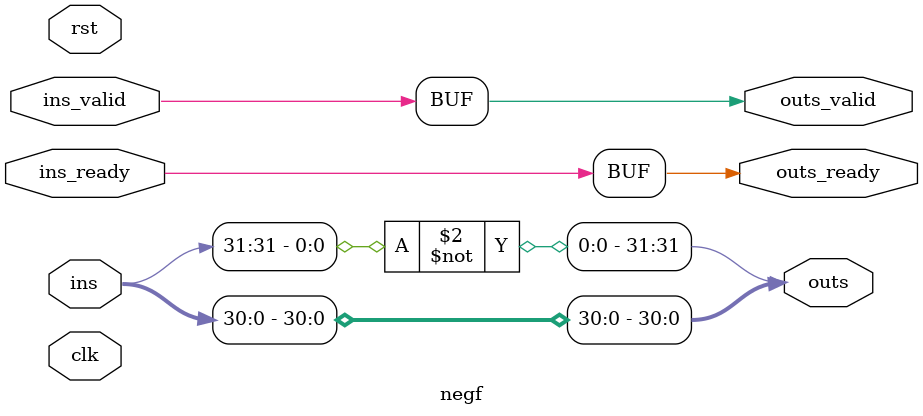
<source format=v>
`timescale 1ns/1ps
module negf #(
  parameter DATA_TYPE = 32
)(
  // inputs
  input  clk,
  input  rst,
  input  [DATA_TYPE - 1 : 0] ins,
  input  ins_valid,
  input  ins_ready,
  // outputs
  output [DATA_TYPE - 1 : 0] outs,
  output outs_valid,
  output outs_ready
);

  assign outs[DATA_TYPE-1] = ins[DATA_TYPE-1] ^ 1'b1;
  assign outs[DATA_TYPE-2:0] = ins[DATA_TYPE-2:0];
  assign outs_valid = ins_valid;
  assign ins_ready = outs_ready;

endmodule
</source>
